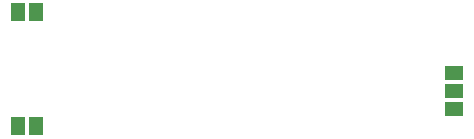
<source format=gbr>
G04 EAGLE Gerber RS-274X export*
G75*
%MOMM*%
%FSLAX34Y34*%
%LPD*%
%INSolderpaste Top*%
%IPPOS*%
%AMOC8*
5,1,8,0,0,1.08239X$1,22.5*%
G01*
%ADD10R,1.168400X1.600200*%
%ADD11R,1.600200X1.168400*%


D10*
X125730Y330200D03*
X140970Y330200D03*
X125730Y426720D03*
X140970Y426720D03*
D11*
X494538Y375666D03*
X494538Y360426D03*
X494538Y345186D03*
M02*

</source>
